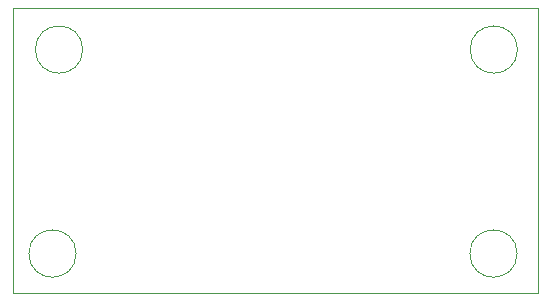
<source format=gbr>
%TF.GenerationSoftware,KiCad,Pcbnew,7.0.11-7.0.11~ubuntu22.04.1*%
%TF.CreationDate,2024-09-25T18:26:51+01:00*%
%TF.ProjectId,kicad_project,6b696361-645f-4707-926f-6a6563742e6b,rev?*%
%TF.SameCoordinates,Original*%
%TF.FileFunction,Profile,NP*%
%FSLAX46Y46*%
G04 Gerber Fmt 4.6, Leading zero omitted, Abs format (unit mm)*
G04 Created by KiCad (PCBNEW 7.0.11-7.0.11~ubuntu22.04.1) date 2024-09-25 18:26:51*
%MOMM*%
%LPD*%
G01*
G04 APERTURE LIST*
%TA.AperFunction,Profile*%
%ADD10C,0.050000*%
%TD*%
G04 APERTURE END LIST*
D10*
X93472000Y-112776000D02*
G75*
G03*
X89472000Y-112776000I-2000000J0D01*
G01*
X89472000Y-112776000D02*
G75*
G03*
X93472000Y-112776000I2000000J0D01*
G01*
X93440000Y-130048000D02*
G75*
G03*
X89440000Y-130048000I-2000000J0D01*
G01*
X89440000Y-130048000D02*
G75*
G03*
X93440000Y-130048000I2000000J0D01*
G01*
X56102000Y-130048000D02*
G75*
G03*
X52102000Y-130048000I-2000000J0D01*
G01*
X52102000Y-130048000D02*
G75*
G03*
X56102000Y-130048000I2000000J0D01*
G01*
X56658000Y-112776000D02*
G75*
G03*
X52658000Y-112776000I-2000000J0D01*
G01*
X52658000Y-112776000D02*
G75*
G03*
X56658000Y-112776000I2000000J0D01*
G01*
X50800000Y-109220000D02*
X95250000Y-109220000D01*
X95250000Y-133350000D01*
X50800000Y-133350000D01*
X50800000Y-109220000D01*
M02*

</source>
